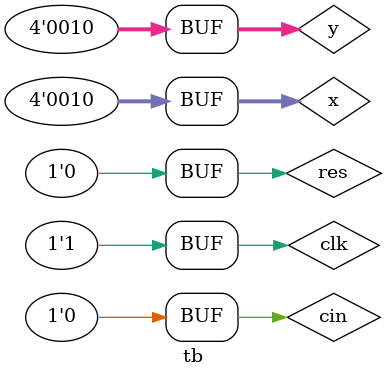
<source format=v>
`timescale 1ns / 1ps

`include "top.v"

module tb;

  reg clk;
  reg res;
  reg cin;
  reg [4:1] x;
  reg [4:1] y;

  wire cout;
  wire [4:1] z;

  
  toplevel top1(
    .clk  (clk ) ,
    .res  (res ) ,
    .x    (x   ) ,
    .y    (y   ) ,
    .cin  (cin ) ,
    .cout (cout) ,
    .z    (z   )
  );

  initial begin 
    // $dumpfile("test.vcd");
    // $dumpvars(0,tb);
    
    clk=0;res=0;cin=0;x=4'b0000;y=4'b0000;

    #100 clk=~clk;res=1;cin=0;x=4'b0000;y=4'b0000;
    #100 clk=~clk;res=0;
    #100 clk=~clk;cin=0;x=4'b0001;y=4'b0010;  
    #100 clk=~clk;
    #100 clk=~clk;cin=0;x=4'b0011;y=4'b0010;   
    #100 clk=~clk;
    #100 clk=~clk;cin=0;x=4'b0010;y=4'b0010;    
    #100 clk=~clk;
    #100 clk=~clk;  
    #100 clk=~clk;
    #100 clk=~clk;  
    #100 clk=~clk;
    #100 clk=~clk;  
    #100 clk=~clk;
    #100 clk=~clk;  
    #100 clk=~clk;
    #100 clk=~clk; 
  end 
  
  initial 
		$monitor("clk=%b res=%b x=%b y=%b cin=%b cout=%b z=%b",clk,res,x,y,cin,cout,z);
endmodule

</source>
